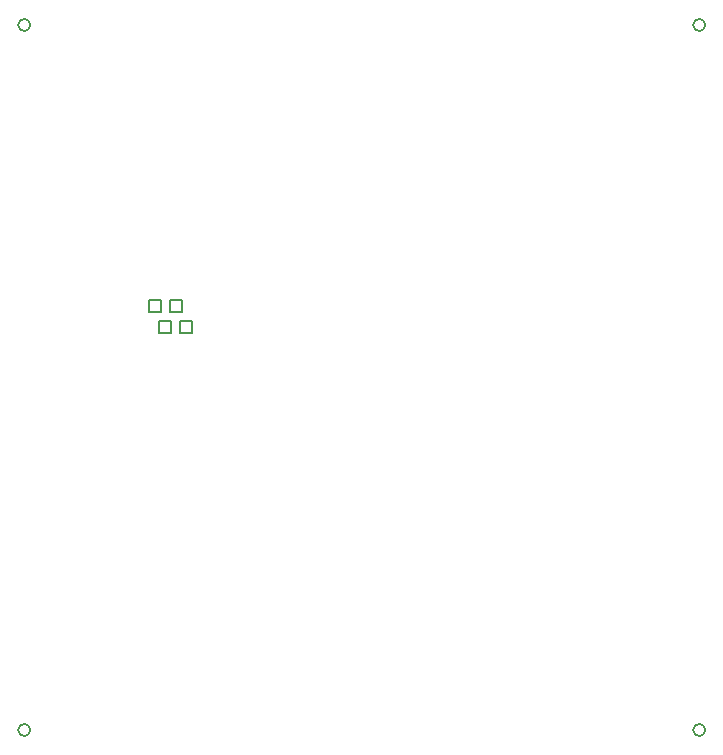
<source format=gbr>
%TF.GenerationSoftware,Altium Limited,Altium Designer,22.6.1 (34)*%
G04 Layer_Color=2752767*
%FSLAX26Y26*%
%MOIN*%
%TF.SameCoordinates,875EB05E-A6AF-4184-B243-C0806E1F30E9*%
%TF.FilePolarity,Positive*%
%TF.FileFunction,Drawing*%
%TF.Part,Single*%
G01*
G75*
%TA.AperFunction,NonConductor*%
%ADD66C,0.006667*%
%ADD68C,0.005000*%
D66*
X2395000Y2475000D02*
G03*
X2395000Y2475000I-20000J0D01*
G01*
X145000D02*
G03*
X145000Y2475000I-20000J0D01*
G01*
X2395000Y125000D02*
G03*
X2395000Y125000I-20000J0D01*
G01*
X145000D02*
G03*
X145000Y125000I-20000J0D01*
G01*
D68*
X610000Y1520000D02*
Y1560000D01*
X650000D01*
Y1520000D01*
X610000D01*
X645000Y1450000D02*
Y1490000D01*
X685000D01*
Y1450000D01*
X645000D01*
X540000Y1520000D02*
Y1560000D01*
X580000D01*
Y1520000D01*
X540000D01*
X575000Y1450000D02*
Y1490000D01*
X615000D01*
Y1450000D01*
X575000D01*
%TF.MD5,35209da4ce2d4d81b05f86b73f642ae0*%
M02*

</source>
